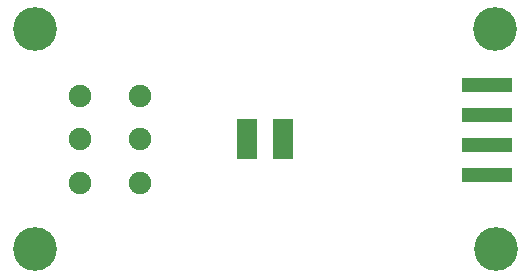
<source format=gts>
G04 #@! TF.FileFunction,Soldermask,Top*
%FSLAX46Y46*%
G04 Gerber Fmt 4.6, Leading zero omitted, Abs format (unit mm)*
G04 Created by KiCad (PCBNEW 4.0.7) date 01/10/18 12:45:49*
%MOMM*%
%LPD*%
G01*
G04 APERTURE LIST*
%ADD10C,0.150000*%
%ADD11R,4.201160X1.201420*%
%ADD12C,3.708000*%
%ADD13R,1.808000X1.208000*%
%ADD14C,1.908000*%
%ADD15O,1.908000X1.908000*%
G04 APERTURE END LIST*
D10*
D11*
X117819100Y-58890000D03*
X117819100Y-61430000D03*
X117819100Y-63970000D03*
X117819100Y-66510000D03*
D12*
X118600000Y-72850000D03*
X79550000Y-72850000D03*
X118550000Y-54150000D03*
D13*
X97510000Y-62400000D03*
X97510000Y-63500000D03*
X97510000Y-64600000D03*
X100610000Y-64600000D03*
X100610000Y-63500000D03*
X100610000Y-62400000D03*
D12*
X79550000Y-54150000D03*
D14*
X88510000Y-59820000D03*
D15*
X83430000Y-59820000D03*
D14*
X88510000Y-63510000D03*
D15*
X83430000Y-63510000D03*
D14*
X88510000Y-67250000D03*
D15*
X83430000Y-67250000D03*
M02*

</source>
